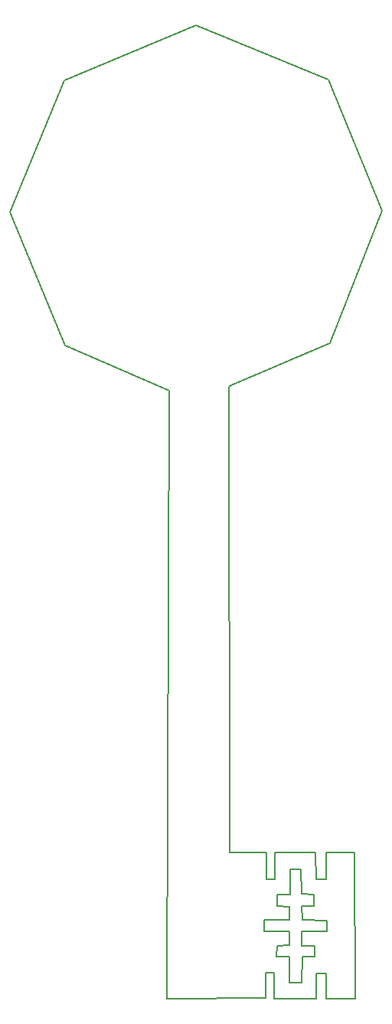
<source format=gm1>
G04 #@! TF.FileFunction,Profile,NP*
%FSLAX46Y46*%
G04 Gerber Fmt 4.6, Leading zero omitted, Abs format (unit mm)*
G04 Created by KiCad (PCBNEW 4.0.5) date Saturday, July 08, 2017 'AMt' 10:19:25 AM*
%MOMM*%
%LPD*%
G01*
G04 APERTURE LIST*
%ADD10C,0.100000*%
%ADD11C,0.150000*%
G04 APERTURE END LIST*
D10*
D11*
X138870000Y-136480000D02*
X138980000Y-136460000D01*
X138850000Y-137750000D02*
X138870000Y-136480000D01*
X140250000Y-137790000D02*
X138850000Y-137750000D01*
X140220000Y-139270000D02*
X140240000Y-137780000D01*
X140160000Y-139270000D02*
X140220000Y-139270000D01*
X137460000Y-139290000D02*
X140160000Y-139270000D01*
X137460000Y-140500000D02*
X137460000Y-139290000D01*
X140240000Y-140500000D02*
X137460000Y-140500000D01*
X140220000Y-142090000D02*
X140240000Y-140500000D01*
X138870000Y-142110000D02*
X140220000Y-142090000D01*
X138830000Y-143350000D02*
X138870000Y-142110000D01*
X140240000Y-143330000D02*
X138830000Y-143350000D01*
X140240000Y-146210000D02*
X140240000Y-143330000D01*
X141620000Y-146230000D02*
X140240000Y-146210000D01*
X141660000Y-143350000D02*
X141620000Y-146230000D01*
X143030000Y-143350000D02*
X141660000Y-143350000D01*
X143030000Y-142130000D02*
X143030000Y-143350000D01*
X141620000Y-142130000D02*
X143030000Y-142130000D01*
X141620000Y-140560000D02*
X141620000Y-142130000D01*
X144400000Y-140560000D02*
X141620000Y-140560000D01*
X144400000Y-139310000D02*
X144400000Y-140560000D01*
X141640000Y-139270000D02*
X144400000Y-139310000D01*
X141620000Y-137740000D02*
X141640000Y-139270000D01*
X142950000Y-137740000D02*
X141620000Y-137740000D01*
X142930000Y-136440000D02*
X142950000Y-137740000D01*
X141620000Y-136420000D02*
X142930000Y-136440000D01*
X141540000Y-133660000D02*
X141620000Y-136420000D01*
X140320000Y-133680000D02*
X141540000Y-133660000D01*
X140340000Y-136440000D02*
X140320000Y-133680000D01*
X138970000Y-136480000D02*
X140340000Y-136440000D01*
X126960000Y-80780000D02*
X126380000Y-80520000D01*
X126660000Y-148010000D02*
X126960000Y-80780000D01*
X137620000Y-147920000D02*
X126660000Y-148010000D01*
X137620000Y-145140000D02*
X137620000Y-147920000D01*
X138560000Y-145140000D02*
X137620000Y-145140000D01*
X138520000Y-148010000D02*
X138560000Y-145140000D01*
X138740000Y-148010000D02*
X138520000Y-148010000D01*
X143170000Y-148010000D02*
X138740000Y-148010000D01*
X143220000Y-145230000D02*
X143170000Y-148010000D01*
X144340000Y-145230000D02*
X143220000Y-145230000D01*
X144340000Y-148010000D02*
X144340000Y-145230000D01*
X147520000Y-148010000D02*
X144340000Y-148010000D01*
X147470000Y-131850000D02*
X147520000Y-148010000D01*
X144340000Y-131850000D02*
X147470000Y-131850000D01*
X144340000Y-134760000D02*
X144340000Y-131850000D01*
X143170000Y-134760000D02*
X144340000Y-134760000D01*
X143130000Y-131810000D02*
X143170000Y-134760000D01*
X143040000Y-131810000D02*
X143130000Y-131810000D01*
X138650000Y-131810000D02*
X143040000Y-131810000D01*
X138610000Y-134810000D02*
X138650000Y-131810000D01*
X137710000Y-134810000D02*
X138610000Y-134810000D01*
X137670000Y-131810000D02*
X137710000Y-134810000D01*
X137540000Y-131810000D02*
X137670000Y-131810000D01*
X133640000Y-131810000D02*
X137540000Y-131810000D01*
X133550000Y-80340000D02*
X133640000Y-131810000D01*
X133820000Y-80200000D02*
X133550000Y-80340000D01*
X144740000Y-75500000D02*
X133820000Y-80200000D01*
X150500000Y-60840000D02*
X144740000Y-75500000D01*
X144580000Y-46350000D02*
X150500000Y-60840000D01*
X129920000Y-40340000D02*
X144580000Y-46350000D01*
X115350000Y-46440000D02*
X129920000Y-40340000D01*
X109340000Y-61010000D02*
X115350000Y-46440000D01*
X115430000Y-75750000D02*
X109340000Y-61010000D01*
X126380000Y-80520000D02*
X115430000Y-75750000D01*
M02*

</source>
